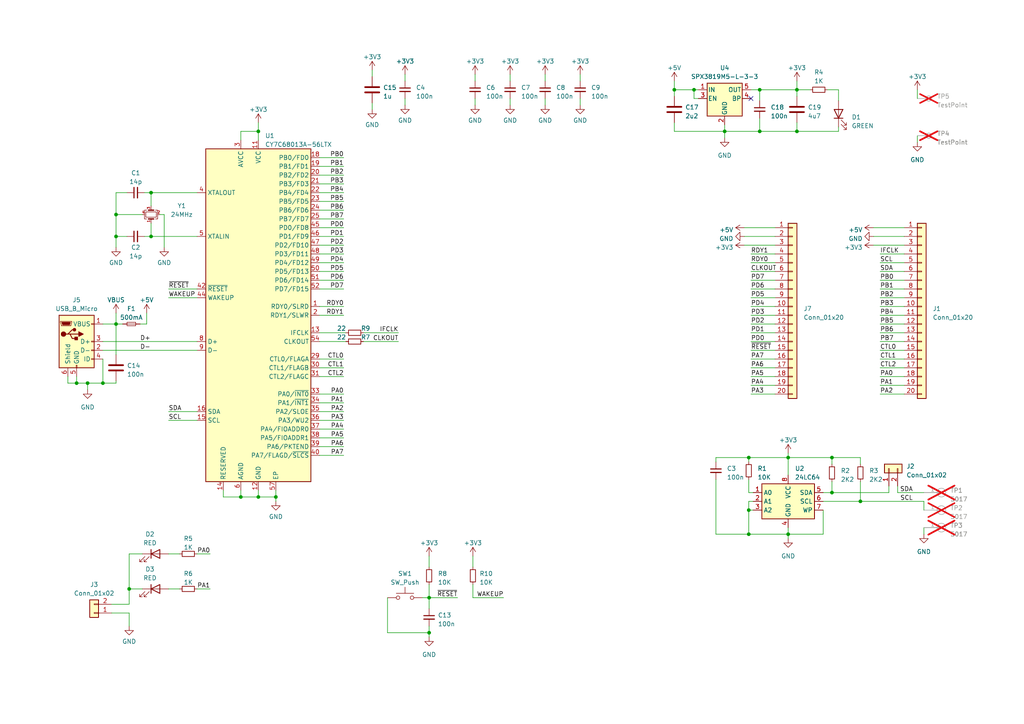
<source format=kicad_sch>
(kicad_sch (version 20230121) (generator eeschema)
  (paper "A4")
  (lib_symbols
    (symbol "Connector:TestPoint" (pin_numbers hide) (pin_names (offset 0.762) hide)
      (property "Reference" "TP" (at 0 6.858 0))
      (property "Value" "TestPoint" (at 0 5.08 0))
      (symbol "TestPoint_0_1"
        (circle (center 0 3.302) (radius 0.762))
      )
      (symbol "TestPoint_1_1"
        (pin passive line (at 0 0 90) (length 2.54) (name "1") (number "1"))
      )
    )
    (symbol "Connector:USB_B_Micro" (pin_names (offset 1.016))
      (property "Reference" "J" (at -5.08 11.43 0))
      (property "Value" "USB_B_Micro" (at -5.08 8.89 0))
      (symbol "USB_B_Micro_0_1"
        (rectangle (start -5.08 -7.62) (end 5.08 7.62) (stroke (width 0.254)) (fill (type background)))
        (circle (center -3.81 2.159) (radius 0.635) (stroke (width 0.254)) (fill (type outline)))
        (circle (center -0.635 3.429) (radius 0.381) (stroke (width 0.254)) (fill (type outline)))
        (rectangle (start -0.127 -7.62) (end 0.127 -6.858))
        (polyline (pts (xy -1.905 2.159) (xy 0.635 2.159)) (stroke (width 0.254)))
        (polyline (pts (xy -3.175 2.159) (xy -2.54 2.159) (xy -1.27 3.429) (xy -0.635 3.429)) (stroke (width 0.254)))
        (polyline (pts (xy -2.54 2.159) (xy -1.905 2.159) (xy -1.27 0.889) (xy 0 0.889)) (stroke (width 0.254)))
        (polyline (pts (xy 0.635 2.794) (xy 0.635 1.524) (xy 1.905 2.159) (xy 0.635 2.794)) (stroke (width 0.254)) (fill (type outline)))
        (polyline (pts (xy -4.318 5.588) (xy -1.778 5.588) (xy -2.032 4.826) (xy -4.064 4.826) (xy -4.318 5.588)) (fill (type outline)))
        (polyline (pts (xy -4.699 5.842) (xy -4.699 5.588) (xy -4.445 4.826) (xy -4.445 4.572) (xy -1.651 4.572) (xy -1.651 4.826) (xy -1.397 5.588) (xy -1.397 5.842) (xy -4.699 5.842)))
        (rectangle (start 0.254 1.27) (end -0.508 0.508) (stroke (width 0.254)) (fill (type outline)))
        (rectangle (start 5.08 -5.207) (end 4.318 -4.953))
        (rectangle (start 5.08 -2.667) (end 4.318 -2.413))
        (rectangle (start 5.08 -0.127) (end 4.318 0.127))
        (rectangle (start 5.08 4.953) (end 4.318 5.207))
      )
      (symbol "USB_B_Micro_1_1"
        (pin power_out line (at 7.62 5.08 180) (length 2.54) (name "VBUS") (number "1"))
        (pin bidirectional line (at 7.62 -2.54 180) (length 2.54) (name "D-") (number "2"))
        (pin bidirectional line (at 7.62 0 180) (length 2.54) (name "D+") (number "3"))
        (pin passive line (at 7.62 -5.08 180) (length 2.54) (name "ID") (number "4"))
        (pin power_out line (at 0 -10.16 90) (length 2.54) (name "GND") (number "5"))
        (pin passive line (at -2.54 -10.16 90) (length 2.54) (name "Shield") (number "6"))
      )
    )
    (symbol "Connector_Generic:Conn_01x02" (pin_names (offset 1.016) hide)
      (property "Reference" "J" (at 0 2.54 0))
      (property "Value" "Conn_01x02" (at 0 -5.08 0))
      (symbol "Conn_01x02_1_1"
        (rectangle (start -1.27 -2.413) (end 0 -2.667) (stroke (width 0.1524)))
        (rectangle (start -1.27 0.127) (end 0 -0.127) (stroke (width 0.1524)))
        (rectangle (start -1.27 1.27) (end 1.27 -3.81) (stroke (width 0.254)) (fill (type background)))
        (pin passive line (at -5.08 0 0) (length 3.81) (name "Pin_1") (number "1"))
        (pin passive line (at -5.08 -2.54 0) (length 3.81) (name "Pin_2") (number "2"))
      )
    )
    (symbol "Connector_Generic:Conn_01x20" (pin_names (offset 1.016) hide)
      (property "Reference" "J" (at 0 25.4 0))
      (property "Value" "Conn_01x20" (at 0 -27.94 0))
      (symbol "Conn_01x20_1_1"
        (rectangle (start -1.27 -25.273) (end 0 -25.527) (stroke (width 0.1524)))
        (rectangle (start -1.27 -22.733) (end 0 -22.987) (stroke (width 0.1524)))
        (rectangle (start -1.27 -20.193) (end 0 -20.447) (stroke (width 0.1524)))
        (rectangle (start -1.27 -17.653) (end 0 -17.907) (stroke (width 0.1524)))
        (rectangle (start -1.27 -15.113) (end 0 -15.367) (stroke (width 0.1524)))
        (rectangle (start -1.27 -12.573) (end 0 -12.827) (stroke (width 0.1524)))
        (rectangle (start -1.27 -10.033) (end 0 -10.287) (stroke (width 0.1524)))
        (rectangle (start -1.27 -7.493) (end 0 -7.747) (stroke (width 0.1524)))
        (rectangle (start -1.27 -4.953) (end 0 -5.207) (stroke (width 0.1524)))
        (rectangle (start -1.27 -2.413) (end 0 -2.667) (stroke (width 0.1524)))
        (rectangle (start -1.27 0.127) (end 0 -0.127) (stroke (width 0.1524)))
        (rectangle (start -1.27 2.667) (end 0 2.413) (stroke (width 0.1524)))
        (rectangle (start -1.27 5.207) (end 0 4.953) (stroke (width 0.1524)))
        (rectangle (start -1.27 7.747) (end 0 7.493) (stroke (width 0.1524)))
        (rectangle (start -1.27 10.287) (end 0 10.033) (stroke (width 0.1524)))
        (rectangle (start -1.27 12.827) (end 0 12.573) (stroke (width 0.1524)))
        (rectangle (start -1.27 15.367) (end 0 15.113) (stroke (width 0.1524)))
        (rectangle (start -1.27 17.907) (end 0 17.653) (stroke (width 0.1524)))
        (rectangle (start -1.27 20.447) (end 0 20.193) (stroke (width 0.1524)))
        (rectangle (start -1.27 22.987) (end 0 22.733) (stroke (width 0.1524)))
        (rectangle (start -1.27 24.13) (end 1.27 -26.67) (stroke (width 0.254)) (fill (type background)))
        (pin passive line (at -5.08 22.86 0) (length 3.81) (name "Pin_1") (number "1"))
        (pin passive line (at -5.08 0 0) (length 3.81) (name "Pin_10") (number "10"))
        (pin passive line (at -5.08 -2.54 0) (length 3.81) (name "Pin_11") (number "11"))
        (pin passive line (at -5.08 -5.08 0) (length 3.81) (name "Pin_12") (number "12"))
        (pin passive line (at -5.08 -7.62 0) (length 3.81) (name "Pin_13") (number "13"))
        (pin passive line (at -5.08 -10.16 0) (length 3.81) (name "Pin_14") (number "14"))
        (pin passive line (at -5.08 -12.7 0) (length 3.81) (name "Pin_15") (number "15"))
        (pin passive line (at -5.08 -15.24 0) (length 3.81) (name "Pin_16") (number "16"))
        (pin passive line (at -5.08 -17.78 0) (length 3.81) (name "Pin_17") (number "17"))
        (pin passive line (at -5.08 -20.32 0) (length 3.81) (name "Pin_18") (number "18"))
        (pin passive line (at -5.08 -22.86 0) (length 3.81) (name "Pin_19") (number "19"))
        (pin passive line (at -5.08 20.32 0) (length 3.81) (name "Pin_2") (number "2"))
        (pin passive line (at -5.08 -25.4 0) (length 3.81) (name "Pin_20") (number "20"))
        (pin passive line (at -5.08 17.78 0) (length 3.81) (name "Pin_3") (number "3"))
        (pin passive line (at -5.08 15.24 0) (length 3.81) (name "Pin_4") (number "4"))
        (pin passive line (at -5.08 12.7 0) (length 3.81) (name "Pin_5") (number "5"))
        (pin passive line (at -5.08 10.16 0) (length 3.81) (name "Pin_6") (number "6"))
        (pin passive line (at -5.08 7.62 0) (length 3.81) (name "Pin_7") (number "7"))
        (pin passive line (at -5.08 5.08 0) (length 3.81) (name "Pin_8") (number "8"))
        (pin passive line (at -5.08 2.54 0) (length 3.81) (name "Pin_9") (number "9"))
      )
    )
    (symbol "Device:C" (pin_numbers hide) (pin_names (offset 0.254))
      (property "Reference" "C" (at 0.635 2.54 0))
      (property "Value" "C" (at 0.635 -2.54 0))
      (symbol "C_0_1"
        (polyline (pts (xy -2.032 -0.762) (xy 2.032 -0.762)) (stroke (width 0.508)))
        (polyline (pts (xy -2.032 0.762) (xy 2.032 0.762)) (stroke (width 0.508)))
      )
      (symbol "C_1_1"
        (pin passive line (at 0 3.81 270) (length 2.794) (name "~") (number "1"))
        (pin passive line (at 0 -3.81 90) (length 2.794) (name "~") (number "2"))
      )
    )
    (symbol "Device:C_Small" (pin_numbers hide) (pin_names (offset 0.254) hide)
      (property "Reference" "C" (at 0.254 1.778 0))
      (property "Value" "C_Small" (at 0.254 -2.032 0))
      (symbol "C_Small_0_1"
        (polyline (pts (xy -1.524 -0.508) (xy 1.524 -0.508)) (stroke (width 0.3302)))
        (polyline (pts (xy -1.524 0.508) (xy 1.524 0.508)) (stroke (width 0.3048)))
      )
      (symbol "C_Small_1_1"
        (pin passive line (at 0 2.54 270) (length 2.032) (name "~") (number "1"))
        (pin passive line (at 0 -2.54 90) (length 2.032) (name "~") (number "2"))
      )
    )
    (symbol "Device:Crystal_GND24_Small" (pin_names (offset 1.016) hide)
      (property "Reference" "Y" (at 1.27 4.445 0))
      (property "Value" "Crystal_GND24_Small" (at 1.27 2.54 0))
      (symbol "Crystal_GND24_Small_0_1"
        (rectangle (start -0.762 -1.524) (end 0.762 1.524))
        (polyline (pts (xy -1.27 -0.762) (xy -1.27 0.762)) (stroke (width 0.381)))
        (polyline (pts (xy 1.27 -0.762) (xy 1.27 0.762)) (stroke (width 0.381)))
        (polyline (pts (xy -1.27 -1.27) (xy -1.27 -1.905) (xy 1.27 -1.905) (xy 1.27 -1.27)))
        (polyline (pts (xy -1.27 1.27) (xy -1.27 1.905) (xy 1.27 1.905) (xy 1.27 1.27)))
      )
      (symbol "Crystal_GND24_Small_1_1"
        (pin passive line (at -2.54 0 0) (length 1.27) (name "1") (number "1"))
        (pin passive line (at 0 -2.54 90) (length 0.635) (name "2") (number "2"))
        (pin passive line (at 2.54 0 180) (length 1.27) (name "3") (number "3"))
        (pin passive line (at 0 2.54 270) (length 0.635) (name "4") (number "4"))
      )
    )
    (symbol "Device:Fuse_Small" (pin_numbers hide) (pin_names (offset 0.254) hide)
      (property "Reference" "F" (at 0 -1.524 0))
      (property "Value" "Fuse_Small" (at 0 1.524 0))
      (symbol "Fuse_Small_0_1"
        (rectangle (start -1.27 0.508) (end 1.27 -0.508))
        (polyline (pts (xy -1.27 0) (xy 1.27 0)))
      )
      (symbol "Fuse_Small_1_1"
        (pin passive line (at -2.54 0 0) (length 1.27) (name "~") (number "1"))
        (pin passive line (at 2.54 0 180) (length 1.27) (name "~") (number "2"))
      )
    )
    (symbol "Device:LED" (pin_numbers hide) (pin_names (offset 1.016) hide)
      (property "Reference" "D" (at 0 2.54 0))
      (property "Value" "LED" (at 0 -2.54 0))
      (symbol "LED_0_1"
        (polyline (pts (xy -1.27 -1.27) (xy -1.27 1.27)) (stroke (width 0.254)))
        (polyline (pts (xy -1.27 0) (xy 1.27 0)))
        (polyline (pts (xy 1.27 -1.27) (xy 1.27 1.27) (xy -1.27 0) (xy 1.27 -1.27)) (stroke (width 0.254)))
        (polyline (pts (xy -3.048 -0.762) (xy -4.572 -2.286) (xy -3.81 -2.286) (xy -4.572 -2.286) (xy -4.572 -1.524)))
        (polyline (pts (xy -1.778 -0.762) (xy -3.302 -2.286) (xy -2.54 -2.286) (xy -3.302 -2.286) (xy -3.302 -1.524)))
      )
      (symbol "LED_1_1"
        (pin passive line (at -3.81 0 0) (length 2.54) (name "K") (number "1"))
        (pin passive line (at 3.81 0 180) (length 2.54) (name "A") (number "2"))
      )
    )
    (symbol "Device:R_Small" (pin_numbers hide) (pin_names (offset 0.254) hide)
      (property "Reference" "R" (at 0.762 0.508 0))
      (property "Value" "R_Small" (at 0.762 -1.016 0))
      (symbol "R_Small_0_1"
        (rectangle (start -0.762 1.778) (end 0.762 -1.778) (stroke (width 0.2032)))
      )
      (symbol "R_Small_1_1"
        (pin passive line (at 0 2.54 270) (length 0.762) (name "~") (number "1"))
        (pin passive line (at 0 -2.54 90) (length 0.762) (name "~") (number "2"))
      )
    )
    (symbol "Keystone_5017_testring:5017" (pin_names (offset 1.016))
      (property "Reference" "TP" (at -5.08 2.54 0))
      (property "Value" "5017" (at -5.08 -5.08 0))
      (symbol "5017_0_0"
        (circle (center 0 0) (radius 1.27))
        (pin passive line (at -5.08 0 0) (length 5.08) (name "~") (number "1"))
      )
    )
    (symbol "MCU_Cypress:CY7C68013A-56LTX"
      (property "Reference" "U" (at -13.97 49.53 0))
      (property "Value" "CY7C68013A-56LTX" (at 11.43 49.53 0))
      (symbol "CY7C68013A-56LTX_0_1"
        (rectangle (start -15.24 48.26) (end 15.24 -48.26) (stroke (width 0.254)) (fill (type background)))
      )
      (symbol "CY7C68013A-56LTX_1_1"
        (pin input line (at 17.78 2.54 180) (length 2.54) (name "RDY0/SLRD") (number "1"))
        (pin passive line (at -5.08 -50.8 90) (length 2.54) hide (name "AGND") (number "10"))
        (pin power_in line (at 0 50.8 270) (length 2.54) (name "VCC") (number "11"))
        (pin power_in line (at 0 -50.8 90) (length 2.54) (name "GND") (number "12"))
        (pin bidirectional line (at 17.78 -5.08 180) (length 2.54) (name "IFCLK") (number "13"))
        (pin input line (at -10.16 -50.8 90) (length 2.54) (name "RESERVED") (number "14"))
        (pin input line (at -17.78 -30.48 0) (length 2.54) (name "SCL") (number "15"))
        (pin bidirectional line (at -17.78 -27.94 0) (length 2.54) (name "SDA") (number "16"))
        (pin passive line (at 0 50.8 270) (length 2.54) hide (name "VCC") (number "17"))
        (pin bidirectional line (at 17.78 45.72 180) (length 2.54) (name "PB0/FD0") (number "18"))
        (pin bidirectional line (at 17.78 43.18 180) (length 2.54) (name "PB1/FD1") (number "19"))
        (pin input line (at 17.78 0 180) (length 2.54) (name "RDY1/SLWR") (number "2"))
        (pin bidirectional line (at 17.78 40.64 180) (length 2.54) (name "PB2/FD2") (number "20"))
        (pin bidirectional line (at 17.78 38.1 180) (length 2.54) (name "PB3/FD3") (number "21"))
        (pin bidirectional line (at 17.78 35.56 180) (length 2.54) (name "PB4/FD4") (number "22"))
        (pin bidirectional line (at 17.78 33.02 180) (length 2.54) (name "PB5/FD5") (number "23"))
        (pin bidirectional line (at 17.78 30.48 180) (length 2.54) (name "PB6/FD6") (number "24"))
        (pin bidirectional line (at 17.78 27.94 180) (length 2.54) (name "PB7/FD7") (number "25"))
        (pin passive line (at 0 -50.8 90) (length 2.54) hide (name "GND") (number "26"))
        (pin passive line (at 0 50.8 270) (length 2.54) hide (name "VCC") (number "27"))
        (pin passive line (at 0 -50.8 90) (length 2.54) hide (name "GND") (number "28"))
        (pin output line (at 17.78 -12.7 180) (length 2.54) (name "CTL0/FLAGA") (number "29"))
        (pin power_in line (at -5.08 50.8 270) (length 2.54) (name "AVCC") (number "3"))
        (pin output line (at 17.78 -15.24 180) (length 2.54) (name "CTL1/FLAGB") (number "30"))
        (pin output line (at 17.78 -17.78 180) (length 2.54) (name "CTL2/FLAGC") (number "31"))
        (pin passive line (at 0 50.8 270) (length 2.54) hide (name "VCC") (number "32"))
        (pin bidirectional line (at 17.78 -22.86 180) (length 2.54) (name "PA0/~{INT0}") (number "33"))
        (pin bidirectional line (at 17.78 -25.4 180) (length 2.54) (name "PA1/~{INT1}") (number "34"))
        (pin bidirectional line (at 17.78 -27.94 180) (length 2.54) (name "PA2/SLOE") (number "35"))
        (pin bidirectional line (at 17.78 -30.48 180) (length 2.54) (name "PA3/WU2") (number "36"))
        (pin bidirectional line (at 17.78 -33.02 180) (length 2.54) (name "PA4/FIOADDR0") (number "37"))
        (pin bidirectional line (at 17.78 -35.56 180) (length 2.54) (name "PA5/FIOADDR1") (number "38"))
        (pin bidirectional line (at 17.78 -38.1 180) (length 2.54) (name "PA6/PKTEND") (number "39"))
        (pin output line (at -17.78 35.56 0) (length 2.54) (name "XTALOUT") (number "4"))
        (pin bidirectional line (at 17.78 -40.64 180) (length 2.54) (name "PA7/FLAGD/~{SLCS}") (number "40"))
        (pin passive line (at 0 -50.8 90) (length 2.54) hide (name "GND") (number "41"))
        (pin input line (at -17.78 7.62 0) (length 2.54) (name "~{RESET}") (number "42"))
        (pin passive line (at 0 50.8 270) (length 2.54) hide (name "VCC") (number "43"))
        (pin input line (at -17.78 5.08 0) (length 2.54) (name "WAKEUP") (number "44"))
        (pin bidirectional line (at 17.78 25.4 180) (length 2.54) (name "PD0/FD8") (number "45"))
        (pin bidirectional line (at 17.78 22.86 180) (length 2.54) (name "PD1/FD9") (number "46"))
        (pin bidirectional line (at 17.78 20.32 180) (length 2.54) (name "PD2/FD10") (number "47"))
        (pin bidirectional line (at 17.78 17.78 180) (length 2.54) (name "PD3/FD11") (number "48"))
        (pin bidirectional line (at 17.78 15.24 180) (length 2.54) (name "PD4/FD12") (number "49"))
        (pin input line (at -17.78 22.86 0) (length 2.54) (name "XTALIN") (number "5"))
        (pin bidirectional line (at 17.78 12.7 180) (length 2.54) (name "PD5/FD13") (number "50"))
        (pin bidirectional line (at 17.78 10.16 180) (length 2.54) (name "PD6/FD14") (number "51"))
        (pin bidirectional line (at 17.78 7.62 180) (length 2.54) (name "PD7/FD15") (number "52"))
        (pin passive line (at 0 -50.8 90) (length 2.54) hide (name "GND") (number "53"))
        (pin output line (at 17.78 -7.62 180) (length 2.54) (name "CLKOUT") (number "54"))
        (pin passive line (at 0 50.8 270) (length 2.54) hide (name "VCC") (number "55"))
        (pin passive line (at 0 -50.8 90) (length 2.54) hide (name "GND") (number "56"))
        (pin input line (at 5.08 -50.8 90) (length 2.54) (name "EP") (number "57"))
        (pin power_in line (at -5.08 -50.8 90) (length 2.54) (name "AGND") (number "6"))
        (pin passive line (at -5.08 50.8 270) (length 2.54) hide (name "AVCC") (number "7"))
        (pin bidirectional line (at -17.78 -7.62 0) (length 2.54) (name "D+") (number "8"))
        (pin bidirectional line (at -17.78 -10.16 0) (length 2.54) (name "D-") (number "9"))
      )
    )
    (symbol "Memory_EEPROM:24LC64"
      (property "Reference" "U" (at -6.35 6.35 0))
      (property "Value" "24LC64" (at 1.27 6.35 0))
      (symbol "24LC64_1_1"
        (rectangle (start -7.62 5.08) (end 7.62 -5.08) (stroke (width 0.254)) (fill (type background)))
        (pin input line (at -10.16 2.54 0) (length 2.54) (name "A0") (number "1"))
        (pin input line (at -10.16 0 0) (length 2.54) (name "A1") (number "2"))
        (pin input line (at -10.16 -2.54 0) (length 2.54) (name "A2") (number "3"))
        (pin power_in line (at 0 -7.62 90) (length 2.54) (name "GND") (number "4"))
        (pin bidirectional line (at 10.16 2.54 180) (length 2.54) (name "SDA") (number "5"))
        (pin input line (at 10.16 0 180) (length 2.54) (name "SCL") (number "6"))
        (pin input line (at 10.16 -2.54 180) (length 2.54) (name "WP") (number "7"))
        (pin power_in line (at 0 7.62 270) (length 2.54) (name "VCC") (number "8"))
      )
    )
    (symbol "Regulator_Linear:SPX3819M5-L-3-3" (pin_names (offset 0.254))
      (property "Reference" "U" (at -3.81 5.715 0))
      (property "Value" "SPX3819M5-L-3-3" (at 0 5.715 0))
      (symbol "SPX3819M5-L-3-3_0_1"
        (rectangle (start -5.08 4.445) (end 5.08 -5.08) (stroke (width 0.254)) (fill (type background)))
      )
      (symbol "SPX3819M5-L-3-3_1_1"
        (pin power_in line (at -7.62 2.54 0) (length 2.54) (name "IN") (number "1"))
        (pin power_in line (at 0 -7.62 90) (length 2.54) (name "GND") (number "2"))
        (pin input line (at -7.62 0 0) (length 2.54) (name "EN") (number "3"))
        (pin input line (at 7.62 0 180) (length 2.54) (name "BP") (number "4"))
        (pin power_out line (at 7.62 2.54 180) (length 2.54) (name "OUT") (number "5"))
      )
    )
    (symbol "Switch:SW_Push" (pin_numbers hide) (pin_names (offset 1.016) hide)
      (property "Reference" "SW" (at 1.27 2.54 0))
      (property "Value" "SW_Push" (at 0 -1.524 0))
      (symbol "SW_Push_0_1"
        (circle (center -2.032 0) (radius 0.508))
        (polyline (pts (xy 0 1.27) (xy 0 3.048)))
        (polyline (pts (xy 2.54 1.27) (xy -2.54 1.27)))
        (circle (center 2.032 0) (radius 0.508))
        (pin passive line (at -5.08 0 0) (length 2.54) (name "1") (number "1"))
        (pin passive line (at 5.08 0 180) (length 2.54) (name "2") (number "2"))
      )
    )
    (symbol "power:+3V3" (power) (pin_names (offset 0))
      (property "Value" "+3V3" (at 0 3.556 0))
      (symbol "+3V3_0_1"
        (polyline (pts (xy -0.762 1.27) (xy 0 2.54)))
        (polyline (pts (xy 0 0) (xy 0 2.54)))
        (polyline (pts (xy 0 2.54) (xy 0.762 1.27)))
      )
      (symbol "+3V3_1_1"
        (pin power_in line (at 0 0 90) (length 0) hide (name "+3V3") (number "1"))
      )
    )
    (symbol "power:+5V" (power) (pin_names (offset 0))
      (property "Value" "+5V" (at 0 3.556 0))
      (symbol "+5V_0_1"
        (polyline (pts (xy -0.762 1.27) (xy 0 2.54)))
        (polyline (pts (xy 0 0) (xy 0 2.54)))
        (polyline (pts (xy 0 2.54) (xy 0.762 1.27)))
      )
      (symbol "+5V_1_1"
        (pin power_in line (at 0 0 90) (length 0) hide (name "+5V") (number "1"))
      )
    )
    (symbol "power:GND" (power) (pin_names (offset 0))
      (property "Value" "GND" (at 0 -3.81 0))
      (symbol "GND_0_1"
        (polyline (pts (xy 0 0) (xy 0 -1.27) (xy 1.27 -1.27) (xy 0 -2.54) (xy -1.27 -1.27) (xy 0 -1.27)))
      )
      (symbol "GND_1_1"
        (pin power_in line (at 0 0 270) (length 0) hide (name "GND") (number "1"))
      )
    )
    (symbol "power:VBUS" (power) (pin_names (offset 0))
      (property "Value" "VBUS" (at 0 3.81 0))
      (symbol "VBUS_0_1"
        (polyline (pts (xy -0.762 1.27) (xy 0 2.54)))
        (polyline (pts (xy 0 0) (xy 0 2.54)))
        (polyline (pts (xy 0 2.54) (xy 0.762 1.27)))
      )
      (symbol "VBUS_1_1"
        (pin power_in line (at 0 0 90) (length 0) hide (name "VBUS") (number "1"))
      )
    )
  )
  (junction (at 217.17 147.955))
  (junction (at 241.3 132.715))
  (junction (at 220.345 26.035))
  (junction (at 241.3 142.875))
  (junction (at 220.345 38.1))
  (junction (at 74.93 38.1))
  (junction (at 249.555 145.415))
  (junction (at 69.85 144.145))
  (junction (at 210.185 38.1))
  (junction (at 37.465 170.815))
  (junction (at 231.14 38.1))
  (junction (at 228.6 132.715))
  (junction (at 231.14 26.035))
  (junction (at 74.93 144.145))
  (junction (at 43.815 55.88))
  (junction (at 25.4 111.125))
  (junction (at 80.01 144.145))
  (junction (at 195.58 26.035))
  (junction (at 124.46 183.515))
  (junction (at 33.655 93.98))
  (junction (at 217.17 132.715))
  (junction (at 217.17 154.94))
  (junction (at 43.815 68.58))
  (junction (at 33.655 68.58))
  (junction (at 124.46 173.355))
  (junction (at 33.655 62.23))
  (junction (at 201.295 26.035))
  (junction (at 228.6 154.94))
  (junction (at 22.225 111.125))
  (junction (at 29.845 111.125))
  (no_connect (at 217.805 28.575))
  (wire (pts (xy 158.115 21.59) (xy 158.115 23.495)))
  (wire (pts (xy 92.71 81.28) (xy 99.695 81.28)))
  (wire (pts (xy 228.6 153.035) (xy 228.6 154.94)))
  (wire (pts (xy 220.345 26.035) (xy 231.14 26.035)))
  (wire (pts (xy 32.385 177.8) (xy 37.465 177.8)))
  (wire (pts (xy 92.71 96.52) (xy 100.33 96.52)))
  (wire (pts (xy 92.71 58.42) (xy 99.695 58.42)))
  (wire (pts (xy 260.35 140.97) (xy 260.35 142.875)))
  (wire (pts (xy 231.14 38.1) (xy 220.345 38.1)))
  (wire (pts (xy 202.565 28.575) (xy 201.295 28.575)))
  (wire (pts (xy 260.35 142.875) (xy 267.97 142.875)))
  (wire (pts (xy 217.17 147.955) (xy 217.17 154.94)))
  (wire (pts (xy 224.79 78.74) (xy 217.805 78.74)))
  (wire (pts (xy 48.895 121.92) (xy 57.15 121.92)))
  (wire (pts (xy 224.79 111.76) (xy 217.805 111.76)))
  (wire (pts (xy 42.545 90.805) (xy 42.545 93.98)))
  (wire (pts (xy 267.97 145.415) (xy 267.97 147.955)))
  (wire (pts (xy 124.46 181.61) (xy 124.46 183.515)))
  (wire (pts (xy 224.79 99.06) (xy 217.805 99.06)))
  (wire (pts (xy 74.93 38.1) (xy 74.93 40.64)))
  (wire (pts (xy 224.79 81.28) (xy 217.805 81.28)))
  (wire (pts (xy 249.555 145.415) (xy 249.555 139.7)))
  (wire (pts (xy 46.355 62.23) (xy 47.625 62.23)))
  (wire (pts (xy 92.71 132.08) (xy 99.695 132.08)))
  (wire (pts (xy 249.555 134.62) (xy 249.555 132.715)))
  (wire (pts (xy 255.27 78.74) (xy 262.255 78.74)))
  (wire (pts (xy 202.565 26.035) (xy 201.295 26.035)))
  (wire (pts (xy 19.685 109.22) (xy 19.685 111.125)))
  (wire (pts (xy 266.065 26.035) (xy 266.065 28.575)))
  (wire (pts (xy 228.6 132.715) (xy 228.6 137.795)))
  (wire (pts (xy 92.71 68.58) (xy 99.695 68.58)))
  (wire (pts (xy 249.555 145.415) (xy 267.97 145.415)))
  (wire (pts (xy 57.15 170.815) (xy 60.96 170.815)))
  (wire (pts (xy 243.205 36.83) (xy 243.205 38.1)))
  (wire (pts (xy 33.655 68.58) (xy 33.655 71.755)))
  (wire (pts (xy 267.97 153.035) (xy 267.97 154.94)))
  (wire (pts (xy 107.95 29.845) (xy 107.95 31.75)))
  (wire (pts (xy 124.46 161.29) (xy 124.46 164.465)))
  (wire (pts (xy 262.255 114.3) (xy 255.27 114.3)))
  (wire (pts (xy 224.79 109.22) (xy 217.805 109.22)))
  (wire (pts (xy 201.295 28.575) (xy 201.295 26.035)))
  (wire (pts (xy 124.46 183.515) (xy 124.46 184.785)))
  (wire (pts (xy 207.645 133.985) (xy 207.645 132.715)))
  (wire (pts (xy 241.3 132.715) (xy 249.555 132.715)))
  (wire (pts (xy 92.71 88.9) (xy 99.695 88.9)))
  (wire (pts (xy 92.71 60.96) (xy 99.695 60.96)))
  (wire (pts (xy 262.255 93.98) (xy 255.27 93.98)))
  (wire (pts (xy 48.895 119.38) (xy 57.15 119.38)))
  (wire (pts (xy 224.79 93.98) (xy 217.805 93.98)))
  (wire (pts (xy 215.9 68.58) (xy 224.79 68.58)))
  (wire (pts (xy 238.76 147.955) (xy 238.76 154.94)))
  (wire (pts (xy 137.16 173.355) (xy 146.05 173.355)))
  (wire (pts (xy 92.71 114.3) (xy 99.695 114.3)))
  (wire (pts (xy 41.91 68.58) (xy 43.815 68.58)))
  (wire (pts (xy 22.225 111.125) (xy 25.4 111.125)))
  (wire (pts (xy 228.6 131.445) (xy 228.6 132.715)))
  (wire (pts (xy 255.27 76.2) (xy 262.255 76.2)))
  (wire (pts (xy 22.225 109.22) (xy 22.225 111.125)))
  (wire (pts (xy 19.685 111.125) (xy 22.225 111.125)))
  (wire (pts (xy 262.255 111.76) (xy 255.27 111.76)))
  (wire (pts (xy 92.71 127) (xy 99.695 127)))
  (wire (pts (xy 210.185 38.1) (xy 210.185 40.005)))
  (wire (pts (xy 69.85 38.1) (xy 74.93 38.1)))
  (wire (pts (xy 224.79 96.52) (xy 217.805 96.52)))
  (wire (pts (xy 47.625 62.23) (xy 47.625 71.755)))
  (wire (pts (xy 69.85 40.64) (xy 69.85 38.1)))
  (wire (pts (xy 57.15 55.88) (xy 43.815 55.88)))
  (wire (pts (xy 64.77 144.145) (xy 69.85 144.145)))
  (wire (pts (xy 241.3 142.875) (xy 241.3 139.7)))
  (wire (pts (xy 124.46 173.355) (xy 132.715 173.355)))
  (wire (pts (xy 253.365 68.58) (xy 262.255 68.58)))
  (wire (pts (xy 215.9 66.04) (xy 224.79 66.04)))
  (wire (pts (xy 48.895 83.82) (xy 57.15 83.82)))
  (wire (pts (xy 217.17 147.955) (xy 218.44 147.955)))
  (wire (pts (xy 48.895 86.36) (xy 57.15 86.36)))
  (wire (pts (xy 266.065 39.37) (xy 266.065 41.275)))
  (wire (pts (xy 29.845 104.14) (xy 29.845 111.125)))
  (wire (pts (xy 231.14 26.035) (xy 234.95 26.035)))
  (wire (pts (xy 92.71 55.88) (xy 99.695 55.88)))
  (wire (pts (xy 228.6 154.94) (xy 228.6 156.21)))
  (wire (pts (xy 122.555 173.355) (xy 124.46 173.355)))
  (wire (pts (xy 117.475 21.59) (xy 117.475 23.495)))
  (wire (pts (xy 33.655 93.98) (xy 35.56 93.98)))
  (wire (pts (xy 217.17 132.715) (xy 217.17 133.985)))
  (wire (pts (xy 147.955 28.575) (xy 147.955 30.48)))
  (wire (pts (xy 80.01 144.145) (xy 80.01 145.415)))
  (wire (pts (xy 241.3 132.715) (xy 241.3 134.62)))
  (wire (pts (xy 231.14 26.035) (xy 231.14 27.94)))
  (wire (pts (xy 25.4 111.125) (xy 25.4 113.03)))
  (wire (pts (xy 207.645 132.715) (xy 217.17 132.715)))
  (wire (pts (xy 224.79 114.3) (xy 217.805 114.3)))
  (wire (pts (xy 29.845 93.98) (xy 33.655 93.98)))
  (wire (pts (xy 262.255 83.82) (xy 255.27 83.82)))
  (wire (pts (xy 41.91 55.88) (xy 43.815 55.88)))
  (wire (pts (xy 57.15 68.58) (xy 43.815 68.58)))
  (wire (pts (xy 112.395 173.355) (xy 112.395 183.515)))
  (wire (pts (xy 224.79 76.2) (xy 217.805 76.2)))
  (wire (pts (xy 69.85 144.145) (xy 74.93 144.145)))
  (wire (pts (xy 29.845 99.06) (xy 57.15 99.06)))
  (wire (pts (xy 262.255 106.68) (xy 255.27 106.68)))
  (wire (pts (xy 262.255 81.28) (xy 255.27 81.28)))
  (wire (pts (xy 37.465 160.655) (xy 37.465 170.815)))
  (wire (pts (xy 80.01 142.24) (xy 80.01 144.145)))
  (wire (pts (xy 33.655 93.98) (xy 33.655 90.805)))
  (wire (pts (xy 33.655 62.23) (xy 41.275 62.23)))
  (wire (pts (xy 92.71 109.22) (xy 99.695 109.22)))
  (wire (pts (xy 29.845 111.125) (xy 33.655 111.125)))
  (wire (pts (xy 231.14 35.56) (xy 231.14 38.1)))
  (wire (pts (xy 217.17 154.94) (xy 228.6 154.94)))
  (wire (pts (xy 74.93 144.145) (xy 80.01 144.145)))
  (wire (pts (xy 224.79 86.36) (xy 217.805 86.36)))
  (wire (pts (xy 64.77 142.24) (xy 64.77 144.145)))
  (wire (pts (xy 92.71 129.54) (xy 99.695 129.54)))
  (wire (pts (xy 112.395 183.515) (xy 124.46 183.515)))
  (wire (pts (xy 29.845 101.6) (xy 57.15 101.6)))
  (wire (pts (xy 220.345 34.29) (xy 220.345 38.1)))
  (wire (pts (xy 168.275 28.575) (xy 168.275 30.48)))
  (wire (pts (xy 147.955 21.59) (xy 147.955 23.495)))
  (wire (pts (xy 137.795 21.59) (xy 137.795 23.495)))
  (wire (pts (xy 37.465 177.8) (xy 37.465 181.61)))
  (wire (pts (xy 217.805 26.035) (xy 220.345 26.035)))
  (wire (pts (xy 43.815 68.58) (xy 43.815 64.77)))
  (wire (pts (xy 253.365 71.12) (xy 262.255 71.12)))
  (wire (pts (xy 217.17 145.415) (xy 217.17 147.955)))
  (wire (pts (xy 92.71 66.04) (xy 99.695 66.04)))
  (wire (pts (xy 107.95 20.32) (xy 107.95 22.225)))
  (wire (pts (xy 37.465 160.655) (xy 41.275 160.655)))
  (wire (pts (xy 238.76 142.875) (xy 241.3 142.875)))
  (wire (pts (xy 33.655 55.88) (xy 33.655 62.23)))
  (wire (pts (xy 262.255 86.36) (xy 255.27 86.36)))
  (wire (pts (xy 137.795 28.575) (xy 137.795 30.48)))
  (wire (pts (xy 241.3 142.875) (xy 257.81 142.875)))
  (wire (pts (xy 243.205 26.035) (xy 243.205 29.21)))
  (wire (pts (xy 33.655 110.49) (xy 33.655 111.125)))
  (wire (pts (xy 168.275 21.59) (xy 168.275 23.495)))
  (wire (pts (xy 92.71 99.06) (xy 100.33 99.06)))
  (wire (pts (xy 224.79 104.14) (xy 217.805 104.14)))
  (wire (pts (xy 215.9 71.12) (xy 224.79 71.12)))
  (wire (pts (xy 262.255 88.9) (xy 255.27 88.9)))
  (wire (pts (xy 217.17 132.715) (xy 228.6 132.715)))
  (wire (pts (xy 37.465 170.815) (xy 37.465 175.26)))
  (wire (pts (xy 228.6 154.94) (xy 238.76 154.94)))
  (wire (pts (xy 231.14 23.495) (xy 231.14 26.035)))
  (wire (pts (xy 92.71 45.72) (xy 99.695 45.72)))
  (wire (pts (xy 92.71 91.44) (xy 99.695 91.44)))
  (wire (pts (xy 117.475 28.575) (xy 117.475 30.48)))
  (wire (pts (xy 92.71 83.82) (xy 99.695 83.82)))
  (wire (pts (xy 201.295 26.035) (xy 195.58 26.035)))
  (wire (pts (xy 137.16 169.545) (xy 137.16 173.355)))
  (wire (pts (xy 224.79 91.44) (xy 217.805 91.44)))
  (wire (pts (xy 124.46 173.355) (xy 124.46 176.53)))
  (wire (pts (xy 92.71 78.74) (xy 99.695 78.74)))
  (wire (pts (xy 74.93 142.24) (xy 74.93 144.145)))
  (wire (pts (xy 217.805 101.6) (xy 224.79 101.6)))
  (wire (pts (xy 158.115 28.575) (xy 158.115 30.48)))
  (wire (pts (xy 92.71 106.68) (xy 99.695 106.68)))
  (wire (pts (xy 25.4 111.125) (xy 29.845 111.125)))
  (wire (pts (xy 92.71 48.26) (xy 99.695 48.26)))
  (wire (pts (xy 262.255 96.52) (xy 255.27 96.52)))
  (wire (pts (xy 33.655 68.58) (xy 36.83 68.58)))
  (wire (pts (xy 195.58 23.495) (xy 195.58 26.035)))
  (wire (pts (xy 257.81 142.875) (xy 257.81 140.97)))
  (wire (pts (xy 48.895 170.815) (xy 52.07 170.815)))
  (wire (pts (xy 57.15 160.655) (xy 60.96 160.655)))
  (wire (pts (xy 224.79 106.68) (xy 217.805 106.68)))
  (wire (pts (xy 217.17 139.065) (xy 217.17 142.875)))
  (wire (pts (xy 92.71 73.66) (xy 99.695 73.66)))
  (wire (pts (xy 92.71 119.38) (xy 99.695 119.38)))
  (wire (pts (xy 92.71 63.5) (xy 99.695 63.5)))
  (wire (pts (xy 210.185 36.195) (xy 210.185 38.1)))
  (wire (pts (xy 195.58 38.1) (xy 210.185 38.1)))
  (wire (pts (xy 243.205 38.1) (xy 231.14 38.1)))
  (wire (pts (xy 124.46 169.545) (xy 124.46 173.355)))
  (wire (pts (xy 218.44 145.415) (xy 217.17 145.415)))
  (wire (pts (xy 74.93 35.56) (xy 74.93 38.1)))
  (wire (pts (xy 33.655 62.23) (xy 33.655 68.58)))
  (wire (pts (xy 92.71 121.92) (xy 99.695 121.92)))
  (wire (pts (xy 262.255 73.66) (xy 255.27 73.66)))
  (wire (pts (xy 43.815 55.88) (xy 43.815 59.69)))
  (wire (pts (xy 48.895 160.655) (xy 52.07 160.655)))
  (wire (pts (xy 92.71 53.34) (xy 99.695 53.34)))
  (wire (pts (xy 262.255 91.44) (xy 255.27 91.44)))
  (wire (pts (xy 207.645 154.94) (xy 217.17 154.94)))
  (wire (pts (xy 253.365 66.04) (xy 262.255 66.04)))
  (wire (pts (xy 33.655 93.98) (xy 33.655 102.87)))
  (wire (pts (xy 262.255 101.6) (xy 255.27 101.6)))
  (wire (pts (xy 224.79 73.66) (xy 217.805 73.66)))
  (wire (pts (xy 92.71 124.46) (xy 99.695 124.46)))
  (wire (pts (xy 69.85 142.24) (xy 69.85 144.145)))
  (wire (pts (xy 105.41 99.06) (xy 115.57 99.06)))
  (wire (pts (xy 220.345 26.035) (xy 220.345 29.21)))
  (wire (pts (xy 92.71 71.12) (xy 99.695 71.12)))
  (wire (pts (xy 92.71 104.14) (xy 99.695 104.14)))
  (wire (pts (xy 224.79 83.82) (xy 217.805 83.82)))
  (wire (pts (xy 220.345 38.1) (xy 210.185 38.1)))
  (wire (pts (xy 262.255 99.06) (xy 255.27 99.06)))
  (wire (pts (xy 217.17 142.875) (xy 218.44 142.875)))
  (wire (pts (xy 137.16 161.29) (xy 137.16 164.465)))
  (wire (pts (xy 32.385 175.26) (xy 37.465 175.26)))
  (wire (pts (xy 42.545 93.98) (xy 40.64 93.98)))
  (wire (pts (xy 224.79 88.9) (xy 217.805 88.9)))
  (wire (pts (xy 92.71 116.84) (xy 99.695 116.84)))
  (wire (pts (xy 195.58 26.035) (xy 195.58 27.94)))
  (wire (pts (xy 228.6 132.715) (xy 241.3 132.715)))
  (wire (pts (xy 36.83 55.88) (xy 33.655 55.88)))
  (wire (pts (xy 92.71 50.8) (xy 99.695 50.8)))
  (wire (pts (xy 92.71 76.2) (xy 99.695 76.2)))
  (wire (pts (xy 240.03 26.035) (xy 243.205 26.035)))
  (wire (pts (xy 238.76 145.415) (xy 249.555 145.415)))
  (wire (pts (xy 105.41 96.52) (xy 115.57 96.52)))
  (wire (pts (xy 207.645 139.065) (xy 207.645 154.94)))
  (wire (pts (xy 262.255 109.22) (xy 255.27 109.22)))
  (wire (pts (xy 195.58 35.56) (xy 195.58 38.1)))
  (wire (pts (xy 262.255 104.14) (xy 255.27 104.14)))
  (wire (pts (xy 37.465 170.815) (xy 41.275 170.815)))
  (label "PD1" (at 217.805 96.52 0))
  (label "PA7" (at 99.695 132.08 180))
  (label "~{RESET}" (at 48.895 83.82 0))
  (label "PA1" (at 60.96 170.815 180))
  (label "IFCLK" (at 255.27 73.66 0))
  (label "CTL1" (at 99.695 106.68 180))
  (label "PA5" (at 99.695 127 180))
  (label "PA2" (at 255.27 114.3 0))
  (label "PD3" (at 217.805 91.44 0))
  (label "IFCLK" (at 115.57 96.52 180))
  (label "PA0" (at 60.96 160.655 180))
  (label "PA0" (at 255.27 109.22 0))
  (label "PB3" (at 99.695 53.34 180))
  (label "PA4" (at 99.695 124.46 180))
  (label "PD1" (at 99.695 68.58 180))
  (label "RDY0" (at 217.805 76.2 0))
  (label "CTL0" (at 99.695 104.14 180))
  (label "SDA" (at 48.895 119.38 0))
  (label "PD5" (at 99.695 78.74 180))
  (label "PB5" (at 99.695 58.42 180))
  (label "D+" (at 40.64 99.06 0))
  (label "PD6" (at 99.695 81.28 180))
  (label "SCL" (at 255.27 76.2 0))
  (label "CTL2" (at 99.695 109.22 180))
  (label "RDY0" (at 99.695 88.9 180))
  (label "CTL2" (at 255.27 106.68 0))
  (label "CTL1" (at 255.27 104.14 0))
  (label "PA6" (at 217.805 106.68 0))
  (label "PD4" (at 99.695 76.2 180))
  (label "PA0" (at 99.695 114.3 180))
  (label "CTL0" (at 255.27 101.6 0))
  (label "WAKEUP" (at 146.05 173.355 180))
  (label "SDA" (at 264.795 142.875 180))
  (label "PB2" (at 255.27 86.36 0))
  (label "PA1" (at 255.27 111.76 0))
  (label "PB6" (at 99.695 60.96 180))
  (label "PB0" (at 99.695 45.72 180))
  (label "PA1" (at 99.695 116.84 180))
  (label "PA4" (at 217.805 111.76 0))
  (label "SCL" (at 264.795 145.415 180))
  (label "RDY1" (at 99.695 91.44 180))
  (label "PB1" (at 255.27 83.82 0))
  (label "PD0" (at 99.695 66.04 180))
  (label "PA5" (at 217.805 109.22 0))
  (label "PB7" (at 99.695 63.5 180))
  (label "SCL" (at 48.895 121.92 0))
  (label "SDA" (at 255.27 78.74 0))
  (label "PB7" (at 255.27 99.06 0))
  (label "PD6" (at 217.805 83.82 0))
  (label "PD4" (at 217.805 88.9 0))
  (label "PD7" (at 217.805 81.28 0))
  (label "PD2" (at 99.695 71.12 180))
  (label "PB6" (at 255.27 96.52 0))
  (label "PA2" (at 99.695 119.38 180))
  (label "PD2" (at 217.805 93.98 0))
  (label "CLKOUT" (at 217.805 78.74 0))
  (label "PA3" (at 99.695 121.92 180))
  (label "PD3" (at 99.695 73.66 180))
  (label "PD5" (at 217.805 86.36 0))
  (label "PB2" (at 99.695 50.8 180))
  (label "PB4" (at 99.695 55.88 180))
  (label "PB5" (at 255.27 93.98 0))
  (label "PB1" (at 99.695 48.26 180))
  (label "PA7" (at 217.805 104.14 0))
  (label "PB0" (at 255.27 81.28 0))
  (label "PB3" (at 255.27 88.9 0))
  (label "PB4" (at 255.27 91.44 0))
  (label "D-" (at 40.64 101.6 0))
  (label "PD0" (at 217.805 99.06 0))
  (label "~{RESET}" (at 132.715 173.355 180))
  (label "PD7" (at 99.695 83.82 180))
  (label "WAKEUP" (at 48.895 86.36 0))
  (label "PA6" (at 99.695 129.54 180))
  (label "PA3" (at 217.805 114.3 0))
  (label "RDY1" (at 217.805 73.66 0))
  (label "CLKOUT" (at 115.57 99.06 180))
  (label "~{RESET}" (at 217.805 101.6 0))
  (symbol (lib_id "power:GND") (at 228.6 156.21 0) (unit 1)
    (property "Reference" "#PWR08" (effects hide))
    (property "Value" "GND" (at 228.6 161.29 0))
  )
  (symbol (lib_id "power:GND") (at 267.97 154.94 0) (unit 1)
    (property "Reference" "#PWR036" (effects hide))
    (property "Value" "GND" (at 267.97 160.02 0))
  )
  (symbol (lib_id "Device:C_Small") (at 124.46 179.07 0) (unit 1)
    (property "Reference" "C13" (at 127 178.4413 0) (effects (justify left)))
    (property "Value" "100n" (at 127 180.9813 0) (effects (justify left)))
    (property "Footprint" "Capacitor_SMD:C_0402_1005Metric" (effects hide))
    (property "LCSC Part Number" "C1525" (effects hide))
  )
  (symbol (lib_id "power:GND") (at 107.95 31.75 0) (unit 1)
    (property "Reference" "#PWR040" (effects hide))
    (property "Value" "GND" (at 107.95 36.195 0))
  )
  (symbol (lib_id "power:+3V3") (at 266.065 26.035 0) (unit 1)
    (property "Reference" "#PWR042" (effects hide))
    (property "Value" "+3V3" (at 266.065 22.225 0))
  )
  (symbol (lib_id "power:GND") (at 168.275 30.48 0) (unit 1)
    (property "Reference" "#PWR021" (effects hide))
    (property "Value" "GND" (at 168.275 34.925 0))
  )
  (symbol (lib_id "Device:LED") (at 243.205 33.02 90) (unit 1)
    (property "Reference" "D1" (at 247.015 33.9725 90) (effects (justify right)))
    (property "Value" "GREEN" (at 247.015 36.5125 90) (effects (justify right)))
    (property "Footprint" "LED_SMD:LED_0805_2012Metric" (effects hide))
    (property "LCSC Part Number" "C2297" (effects hide))
  )
  (symbol (lib_id "Device:C_Small") (at 168.275 26.035 0) (unit 1)
    (property "Reference" "C9" (at 171.45 25.4063 0) (effects (justify left)))
    (property "Value" "100n" (at 171.45 27.9463 0) (effects (justify left)))
    (property "Footprint" "Capacitor_SMD:C_0402_1005Metric" (effects hide))
    (property "LCSC Part Number" "C1525" (effects hide))
  )
  (symbol (lib_id "power:+5V") (at 253.365 66.04 90) (unit 1)
    (property "Reference" "#PWR028" (effects hide))
    (property "Value" "+5V" (at 250.19 66.675 90) (effects (justify left)))
  )
  (symbol (lib_id "Device:C") (at 231.14 31.75 0) (unit 1)
    (property "Reference" "C19" (at 234.315 31.115 0) (effects (justify left)))
    (property "Value" "4u7" (at 234.315 33.655 0) (effects (justify left)))
    (property "Footprint" "Capacitor_SMD:C_0603_1608Metric_Pad1.08x0.95mm_HandSolder" (effects hide))
    (property "LCSC Part Number" "C1779" (effects hide))
  )
  (symbol (lib_id "power:+3V3") (at 231.14 23.495 0) (unit 1)
    (property "Reference" "#PWR031" (effects hide))
    (property "Value" "+3V3" (at 231.14 19.685 0))
  )
  (symbol (lib_id "Device:LED") (at 45.085 170.815 0) (unit 1)
    (property "Reference" "D3" (at 43.4975 165.1 0))
    (property "Value" "RED" (at 43.4975 167.64 0))
    (property "Footprint" "LED_SMD:LED_0805_2012Metric" (effects hide))
    (property "LCSC Part Number" "C84256" (effects hide))
  )
  (symbol (lib_id "Device:R_Small") (at 237.49 26.035 90) (unit 1)
    (property "Reference" "R4" (at 237.49 20.955 90))
    (property "Value" "1K" (at 237.49 23.495 90))
    (property "Footprint" "Resistor_SMD:R_0402_1005Metric" (effects hide))
    (property "LCSC Part Number" "C11702" (effects hide))
  )
  (symbol (lib_id "Connector_Generic:Conn_01x02") (at 27.305 177.8 180) (unit 1) (in_bom no)
    (property "Reference" "J3" (at 27.305 169.545 0))
    (property "Value" "Conn_01x02" (at 27.305 172.085 0))
    (property "Footprint" "Connector_PinHeader_2.54mm:PinHeader_1x02_P2.54mm_Vertical" (effects hide))
  )
  (symbol (lib_id "Regulator_Linear:SPX3819M5-L-3-3") (at 210.185 28.575 0) (unit 1)
    (property "Reference" "U4" (at 210.185 19.685 0))
    (property "Value" "SPX3819M5-L-3-3" (at 210.185 22.225 0))
    (property "Footprint" "Package_TO_SOT_SMD:SOT-23-5" (effects hide))
    (property "Datasheet" "https://www.exar.com/content/document.ashx?id=22106&languageid=1033&type=Datasheet&partnumber=SPX3819&filename=SPX3819.pdf&part=SPX3819" (effects hide))
    (property "LCSC Part Number" "C9055" (effects hide))
  )
  (symbol (lib_id "Device:C_Small") (at 220.345 31.75 0) (unit 1)
    (property "Reference" "C18" (at 223.52 31.1213 0) (effects (justify left)))
    (property "Value" "100n" (at 223.52 33.6613 0) (effects (justify left)))
    (property "Footprint" "Capacitor_SMD:C_0402_1005Metric" (effects hide))
    (property "LCSC Part Number" "C1525" (effects hide))
  )
  (symbol (lib_id "power:VBUS") (at 33.655 90.805 0) (unit 1)
    (property "Reference" "#PWR02" (effects hide))
    (property "Value" "VBUS" (at 33.655 86.995 0))
  )
  (symbol (lib_id "power:+3V3") (at 158.115 21.59 0) (unit 1)
    (property "Reference" "#PWR018" (effects hide))
    (property "Value" "+3V3" (at 158.115 17.78 0))
  )
  (symbol (lib_id "Device:C") (at 107.95 26.035 0) (unit 1)
    (property "Reference" "C15" (at 111.125 25.4 0) (effects (justify left)))
    (property "Value" "1u" (at 111.125 27.94 0) (effects (justify left)))
    (property "Footprint" "Capacitor_SMD:C_0603_1608Metric" (effects hide))
    (property "LCSC Part Number" "C15849" (effects hide))
  )
  (symbol (lib_id "MCU_Cypress:CY7C68013A-56LTX") (at 74.93 91.44 0) (unit 1)
    (property "Reference" "U1" (at 76.8859 39.37 0) (effects (justify left)))
    (property "Value" "CY7C68013A-56LTX" (at 76.8859 41.91 0) (effects (justify left)))
    (property "Footprint" "Package_DFN_QFN:QFN-56-1EP_8x8mm_P0.5mm_EP4.5x5.2mm_ThermalVias_TopTented" (effects hide))
    (property "Datasheet" "http://www.cypress.com/file/138911/download" (effects hide))
    (property "LCSC Part Number" "C14912" (effects hide))
  )
  (symbol (lib_id "power:+3V3") (at 253.365 71.12 90) (unit 1)
    (property "Reference" "#PWR038" (effects hide))
    (property "Value" "+3V3" (at 250.19 71.755 90) (effects (justify left)))
  )
  (symbol (lib_id "power:GND") (at 25.4 113.03 0) (unit 1)
    (property "Reference" "#PWR01" (effects hide))
    (property "Value" "GND" (at 25.4 118.11 0))
  )
  (symbol (lib_id "Device:LED") (at 45.085 160.655 0) (unit 1)
    (property "Reference" "D2" (at 43.4975 154.94 0))
    (property "Value" "RED" (at 43.4975 157.48 0))
    (property "Footprint" "LED_SMD:LED_0805_2012Metric" (effects hide))
    (property "LCSC Part Number" "C84256" (effects hide))
  )
  (symbol (lib_id "Connector_Generic:Conn_01x20") (at 267.335 88.9 0) (unit 1)
    (property "Reference" "J1" (at 270.51 89.535 0) (effects (justify left)))
    (property "Value" "Conn_01x20" (at 270.51 92.075 0) (effects (justify left)))
    (property "Footprint" "Connector_PinHeader_2.54mm:PinHeader_1x20_P2.54mm_Vertical" (effects hide))
  )
  (symbol (lib_id "Device:C_Small") (at 158.115 26.035 0) (unit 1)
    (property "Reference" "C8" (at 161.29 25.4063 0) (effects (justify left)))
    (property "Value" "100n" (at 161.29 27.9463 0) (effects (justify left)))
    (property "Footprint" "Capacitor_SMD:C_0402_1005Metric" (effects hide))
    (property "LCSC Part Number" "C1525" (effects hide))
  )
  (symbol (lib_id "power:+3V3") (at 137.16 161.29 0) (unit 1)
    (property "Reference" "#PWR032" (effects hide))
    (property "Value" "+3V3" (at 137.16 157.48 0))
  )
  (symbol (lib_id "Keystone_5017_testring:5017") (at 273.05 142.875 0) (unit 1) (in_bom no) (on_board no) (dnp yes)
    (property "Reference" "TP1" (at 275.59 142.24 0) (effects (justify left)))
    (property "Value" "5017" (at 275.59 144.78 0) (effects (justify left)))
    (property "Footprint" "Keystone_5017_testring:Keystone_5017_testring" (effects hide))
    (property "STANDARD" "Manufacturer Recommendations" (effects hide))
    (property "MF" "Keystone Electronics" (effects hide))
    (property "PARTREV" "E" (effects hide))
    (property "LCSC Part Number" " C238130" (effects hide))
  )
  (symbol (lib_id "Connector:TestPoint") (at 266.065 39.37 270) (unit 1) (in_bom no) (on_board no) (dnp yes)
    (property "Reference" "TP4" (at 271.78 38.735 90) (effects (justify left)))
    (property "Value" "TestPoint" (at 271.78 41.275 90) (effects (justify left)))
    (property "Footprint" "TestPoint:TestPoint_Pad_D1.0mm" (effects hide))
  )
  (symbol (lib_id "power:GND") (at 47.625 71.755 0) (unit 1)
    (property "Reference" "#PWR06" (effects hide))
    (property "Value" "GND" (at 47.625 76.2 0))
  )
  (symbol (lib_id "power:+3V3") (at 117.475 21.59 0) (unit 1)
    (property "Reference" "#PWR011" (effects hide))
    (property "Value" "+3V3" (at 117.475 17.78 0))
  )
  (symbol (lib_id "power:+3V3") (at 124.46 161.29 0) (unit 1)
    (property "Reference" "#PWR027" (effects hide))
    (property "Value" "+3V3" (at 124.46 157.48 0))
  )
  (symbol (lib_id "Keystone_5017_testring:5017") (at 273.05 147.955 0) (unit 1) (in_bom no) (on_board no) (dnp yes)
    (property "Reference" "TP2" (at 275.59 147.32 0) (effects (justify left)))
    (property "Value" "5017" (at 275.59 149.86 0) (effects (justify left)))
    (property "Footprint" "Keystone_5017_testring:Keystone_5017_testring" (effects hide))
    (property "STANDARD" "Manufacturer Recommendations" (effects hide))
    (property "MF" "Keystone Electronics" (effects hide))
    (property "PARTREV" "E" (effects hide))
    (property "LCSC Part Number" " C238130" (effects hide))
  )
  (symbol (lib_id "power:GND") (at 124.46 184.785 0) (unit 1)
    (property "Reference" "#PWR026" (effects hide))
    (property "Value" "GND" (at 124.46 189.865 0))
  )
  (symbol (lib_id "power:+5V") (at 215.9 66.04 90) (unit 1)
    (property "Reference" "#PWR050" (effects hide))
    (property "Value" "+5V" (at 212.725 66.675 90) (effects (justify left)))
  )
  (symbol (lib_id "Device:C_Small") (at 147.955 26.035 0) (unit 1)
    (property "Reference" "C7" (at 151.13 25.4063 0) (effects (justify left)))
    (property "Value" "100n" (at 151.13 27.9463 0) (effects (justify left)))
    (property "Footprint" "Capacitor_SMD:C_0402_1005Metric" (effects hide))
    (property "LCSC Part Number" "C1525" (effects hide))
  )
  (symbol (lib_id "power:+3V3") (at 107.95 20.32 0) (unit 1)
    (property "Reference" "#PWR041" (effects hide))
    (property "Value" "+3V3" (at 107.95 16.51 0))
  )
  (symbol (lib_id "Device:C_Small") (at 207.645 136.525 0) (unit 1)
    (property "Reference" "C3" (at 210.82 135.8963 0) (effects (justify left)))
    (property "Value" "100n" (at 210.82 138.4363 0) (effects (justify left)))
    (property "Footprint" "Capacitor_SMD:C_0402_1005Metric" (effects hide))
    (property "LCSC Part Number" "C1525" (effects hide))
  )
  (symbol (lib_id "Connector:USB_B_Micro") (at 22.225 99.06 0) (unit 1)
    (property "Reference" "J5" (at 22.225 86.995 0))
    (property "Value" "USB_B_Micro" (at 22.225 89.535 0))
    (property "Footprint" "Connector_USB:USB_Micro-B_Amphenol_10104110_Horizontal" (effects hide))
    (property "LCSC Part Number" "C2931352" (effects hide))
  )
  (symbol (lib_id "Device:R_Small") (at 102.87 96.52 90) (unit 1)
    (property "Reference" "R9" (at 106.045 95.25 90))
    (property "Value" "22" (at 99.06 95.25 90))
    (property "Footprint" "Resistor_SMD:R_0402_1005Metric" (effects hide))
    (property "LCSC Part Number" "C25092" (effects hide))
  )
  (symbol (lib_id "Device:R_Small") (at 217.17 136.525 0) (unit 1)
    (property "Reference" "R1" (at 219.71 135.89 0) (effects (justify left)))
    (property "Value" "10K" (at 219.71 138.43 0) (effects (justify left)))
    (property "Footprint" "Resistor_SMD:R_0402_1005Metric" (effects hide))
    (property "LCSC Part Number" "C25744" (effects hide))
  )
  (symbol (lib_id "power:GND") (at 158.115 30.48 0) (unit 1)
    (property "Reference" "#PWR019" (effects hide))
    (property "Value" "GND" (at 158.115 34.925 0))
  )
  (symbol (lib_id "power:GND") (at 137.795 30.48 0) (unit 1)
    (property "Reference" "#PWR015" (effects hide))
    (property "Value" "GND" (at 137.795 34.925 0))
  )
  (symbol (lib_id "Device:R_Small") (at 241.3 137.16 0) (unit 1)
    (property "Reference" "R2" (at 243.84 136.525 0) (effects (justify left)))
    (property "Value" "2K2" (at 243.84 139.065 0) (effects (justify left)))
    (property "Footprint" "Resistor_SMD:R_0402_1005Metric" (effects hide))
    (property "LCSC Part Number" "C25879" (effects hide))
  )
  (symbol (lib_id "Device:C") (at 195.58 31.75 0) (unit 1)
    (property "Reference" "C17" (at 198.755 31.115 0) (effects (justify left)))
    (property "Value" "2u2" (at 198.755 33.655 0) (effects (justify left)))
    (property "Footprint" "Capacitor_SMD:C_0603_1608Metric_Pad1.08x0.95mm_HandSolder" (effects hide))
    (property "LCSC Part Number" "C49217" (effects hide))
  )
  (symbol (lib_id "power:GND") (at 117.475 30.48 0) (unit 1)
    (property "Reference" "#PWR010" (effects hide))
    (property "Value" "GND" (at 117.475 34.925 0))
  )
  (symbol (lib_id "Connector_Generic:Conn_01x20") (at 229.87 88.9 0) (unit 1)
    (property "Reference" "J7" (at 233.045 89.535 0) (effects (justify left)))
    (property "Value" "Conn_01x20" (at 233.045 92.075 0) (effects (justify left)))
    (property "Footprint" "Connector_PinHeader_2.54mm:PinHeader_1x20_P2.54mm_Vertical" (effects hide))
  )
  (symbol (lib_id "Device:C_Small") (at 117.475 26.035 0) (unit 1)
    (property "Reference" "C4" (at 120.65 25.4063 0) (effects (justify left)))
    (property "Value" "100n" (at 120.65 27.9463 0) (effects (justify left)))
    (property "Footprint" "Capacitor_SMD:C_0402_1005Metric" (effects hide))
    (property "LCSC Part Number" "C1525" (effects hide))
  )
  (symbol (lib_id "power:+3V3") (at 147.955 21.59 0) (unit 1)
    (property "Reference" "#PWR016" (effects hide))
    (property "Value" "+3V3" (at 147.955 17.78 0))
  )
  (symbol (lib_id "Device:Fuse_Small") (at 38.1 93.98 180) (unit 1)
    (property "Reference" "F1" (at 38.1 89.535 0))
    (property "Value" "500mA" (at 38.1 92.075 0))
    (property "Footprint" "Fuse:Fuse_0805_2012Metric" (effects hide))
    (property "LCSC Part Number" "C66452" (effects hide))
  )
  (symbol (lib_id "Connector:TestPoint") (at 266.065 28.575 270) (unit 1) (in_bom no) (on_board no) (dnp yes)
    (property "Reference" "TP5" (at 271.78 27.94 90) (effects (justify left)))
    (property "Value" "TestPoint" (at 271.78 30.48 90) (effects (justify left)))
    (property "Footprint" "TestPoint:TestPoint_Pad_D1.0mm" (effects hide))
  )
  (symbol (lib_id "power:+3V3") (at 228.6 131.445 0) (unit 1)
    (property "Reference" "#PWR09" (effects hide))
    (property "Value" "+3V3" (at 228.6 127.635 0))
  )
  (symbol (lib_id "power:GND") (at 266.065 41.275 0) (unit 1)
    (property "Reference" "#PWR037" (effects hide))
    (property "Value" "GND" (at 266.065 46.355 0))
  )
  (symbol (lib_id "power:+3V3") (at 215.9 71.12 90) (unit 1)
    (property "Reference" "#PWR048" (effects hide))
    (property "Value" "+3V3" (at 212.725 71.755 90) (effects (justify left)))
  )
  (symbol (lib_id "Device:R_Small") (at 249.555 137.16 0) (unit 1)
    (property "Reference" "R3" (at 252.095 136.525 0) (effects (justify left)))
    (property "Value" "2K2" (at 252.095 139.065 0) (effects (justify left)))
    (property "Footprint" "Resistor_SMD:R_0402_1005Metric" (effects hide))
    (property "LCSC Part Number" "C25879" (effects hide))
  )
  (symbol (lib_id "Device:Crystal_GND24_Small") (at 43.815 62.23 90) (unit 1)
    (property "Reference" "Y1" (at 52.705 59.69 90))
    (property "Value" "24MHz" (at 52.705 62.23 90))
    (property "Footprint" "Crystal:Crystal_SMD_3225-4Pin_3.2x2.5mm" (effects hide))
    (property "LCSC Part Number" " C2650460" (effects hide))
  )
  (symbol (lib_id "Device:R_Small") (at 137.16 167.005 0) (unit 1)
    (property "Reference" "R10" (at 139.065 166.37 0) (effects (justify left)))
    (property "Value" "10K" (at 139.065 168.91 0) (effects (justify left)))
    (property "Footprint" "Resistor_SMD:R_0402_1005Metric" (effects hide))
    (property "LCSC Part Number" "C25744" (effects hide))
  )
  (symbol (lib_id "Device:C") (at 33.655 106.68 0) (unit 1)
    (property "Reference" "C14" (at 36.83 106.045 0) (effects (justify left)))
    (property "Value" "100n" (at 36.83 108.585 0) (effects (justify left)))
    (property "Footprint" "Capacitor_SMD:C_0402_1005Metric" (effects hide))
    (property "LCSC Part Number" "C1525" (effects hide))
  )
  (symbol (lib_id "Device:C_Small") (at 39.37 68.58 90) (unit 1)
    (property "Reference" "C2" (at 39.37 71.755 90))
    (property "Value" "14p" (at 39.37 74.295 90))
    (property "Footprint" "Capacitor_SMD:C_0402_1005Metric" (effects hide))
    (property "LCSC Part Number" "C1547" (effects hide))
  )
  (symbol (lib_id "Device:C_Small") (at 39.37 55.88 90) (unit 1)
    (property "Reference" "C1" (at 39.37 50.165 90))
    (property "Value" "14p" (at 39.37 52.705 90))
    (property "Footprint" "Capacitor_SMD:C_0402_1005Metric" (effects hide))
    (property "LCSC Part Number" "C1547" (effects hide))
  )
  (symbol (lib_id "power:+3V3") (at 74.93 35.56 0) (unit 1)
    (property "Reference" "#PWR07" (effects hide))
    (property "Value" "+3V3" (at 74.93 31.75 0))
  )
  (symbol (lib_id "power:+5V") (at 195.58 23.495 0) (unit 1)
    (property "Reference" "#PWR030" (effects hide))
    (property "Value" "+5V" (at 195.58 19.685 0))
  )
  (symbol (lib_id "power:+3V3") (at 168.275 21.59 0) (unit 1)
    (property "Reference" "#PWR020" (effects hide))
    (property "Value" "+3V3" (at 168.275 17.78 0))
  )
  (symbol (lib_id "power:GND") (at 253.365 68.58 270) (unit 1)
    (property "Reference" "#PWR039" (effects hide))
    (property "Value" "GND" (at 250.19 69.215 90) (effects (justify right)))
  )
  (symbol (lib_id "Device:C_Small") (at 137.795 26.035 0) (unit 1)
    (property "Reference" "C6" (at 140.97 25.4063 0) (effects (justify left)))
    (property "Value" "100n" (at 140.97 27.9463 0) (effects (justify left)))
    (property "Footprint" "Capacitor_SMD:C_0402_1005Metric" (effects hide))
    (property "LCSC Part Number" "C1525" (effects hide))
  )
  (symbol (lib_id "power:+5V") (at 42.545 90.805 0) (unit 1)
    (property "Reference" "#PWR03" (effects hide))
    (property "Value" "+5V" (at 42.545 86.995 0))
  )
  (symbol (lib_id "Device:R_Small") (at 54.61 170.815 90) (unit 1)
    (property "Reference" "R6" (at 54.61 166.37 90))
    (property "Value" "1K" (at 54.61 168.91 90))
    (property "Footprint" "Resistor_SMD:R_0402_1005Metric" (effects hide))
    (property "LCSC Part Number" "C11702" (effects hide))
  )
  (symbol (lib_id "power:GND") (at 147.955 30.48 0) (unit 1)
    (property "Reference" "#PWR017" (effects hide))
    (property "Value" "GND" (at 147.955 34.925 0))
  )
  (symbol (lib_id "Switch:SW_Push") (at 117.475 173.355 0) (unit 1)
    (property "Reference" "SW1" (at 117.475 166.37 0))
    (property "Value" "SW_Push" (at 117.475 168.91 0))
    (property "Footprint" "Button_Switch_SMD:SW_Push_1P1T_NO_Vertical_Wuerth_434133025816" (effects hide))
    (property "LCSC Part Number" " C127488" (effects hide))
  )
  (symbol (lib_id "power:GND") (at 215.9 68.58 270) (unit 1)
    (property "Reference" "#PWR049" (effects hide))
    (property "Value" "GND" (at 212.725 69.215 90) (effects (justify right)))
  )
  (symbol (lib_id "Connector_Generic:Conn_01x02") (at 257.81 135.89 90) (unit 1) (in_bom no)
    (property "Reference" "J2" (at 262.89 135.255 90) (effects (justify right)))
    (property "Value" "Conn_01x02" (at 262.89 137.795 90) (effects (justify right)))
    (property "Footprint" "Connector_PinHeader_2.54mm:PinHeader_1x02_P2.54mm_Vertical" (effects hide))
  )
  (symbol (lib_id "power:GND") (at 33.655 71.755 0) (unit 1)
    (property "Reference" "#PWR05" (effects hide))
    (property "Value" "GND" (at 33.655 76.2 0))
  )
  (symbol (lib_id "Device:R_Small") (at 54.61 160.655 90) (unit 1)
    (property "Reference" "R5" (at 54.61 156.21 90))
    (property "Value" "1K" (at 54.61 158.75 90))
    (property "Footprint" "Resistor_SMD:R_0402_1005Metric" (effects hide))
    (property "LCSC Part Number" "C11702" (effects hide))
  )
  (symbol (lib_id "Device:R_Small") (at 102.87 99.06 90) (unit 1)
    (property "Reference" "R7" (at 106.045 97.79 90))
    (property "Value" "22" (at 99.06 97.79 90))
    (property "Footprint" "Resistor_SMD:R_0402_1005Metric" (effects hide))
    (property "LCSC Part Number" "C25092" (effects hide))
  )
  (symbol (lib_id "power:GND") (at 37.465 181.61 0) (unit 1)
    (property "Reference" "#PWR025" (effects hide))
    (property "Value" "GND" (at 37.465 186.055 0))
  )
  (symbol (lib_id "Keystone_5017_testring:5017") (at 273.05 153.035 0) (unit 1) (in_bom no) (on_board no) (dnp yes)
    (property "Reference" "TP3" (at 275.59 152.4 0) (effects (justify left)))
    (property "Value" "5017" (at 275.59 154.94 0) (effects (justify left)))
    (property "Footprint" "Keystone_5017_testring:Keystone_5017_testring" (effects hide))
    (property "STANDARD" "Manufacturer Recommendations" (effects hide))
    (property "MF" "Keystone Electronics" (effects hide))
    (property "PARTREV" "E" (effects hide))
    (property "LCSC Part Number" " C238130" (effects hide))
  )
  (symbol (lib_id "Memory_EEPROM:24LC64") (at 228.6 145.415 0) (unit 1)
    (property "Reference" "U2" (at 230.5559 135.89 0) (effects (justify left)))
    (property "Value" "24LC64" (at 230.5559 138.43 0) (effects (justify left)))
    (property "Footprint" "Package_SO:SOIC-8_3.9x4.9mm_P1.27mm" (effects hide))
    (property "Datasheet" "http://ww1.microchip.com/downloads/en/DeviceDoc/21189f.pdf" (effects hide))
    (property "LCSC Part Number" "C92359" (effects hide))
  )
  (symbol (lib_id "power:GND") (at 210.185 40.005 0) (unit 1)
    (property "Reference" "#PWR029" (effects hide))
    (property "Value" "GND" (at 210.185 45.085 0))
  )
  (symbol (lib_id "Device:R_Small") (at 124.46 167.005 0) (unit 1)
    (property "Reference" "R8" (at 127 166.37 0) (effects (justify left)))
    (property "Value" "10K" (at 127 168.91 0) (effects (justify left)))
    (property "Footprint" "Resistor_SMD:R_0402_1005Metric" (effects hide))
    (property "LCSC Part Number" "C25744" (effects hide))
  )
  (symbol (lib_id "power:+3V3") (at 137.795 21.59 0) (unit 1)
    (property "Reference" "#PWR014" (effects hide))
    (property "Value" "+3V3" (at 137.795 17.78 0))
  )
  (symbol (lib_id "power:GND") (at 80.01 145.415 0) (unit 1)
    (property "Reference" "#PWR04" (effects hide))
    (property "Value" "GND" (at 80.01 149.86 0))
  )
)
</source>
